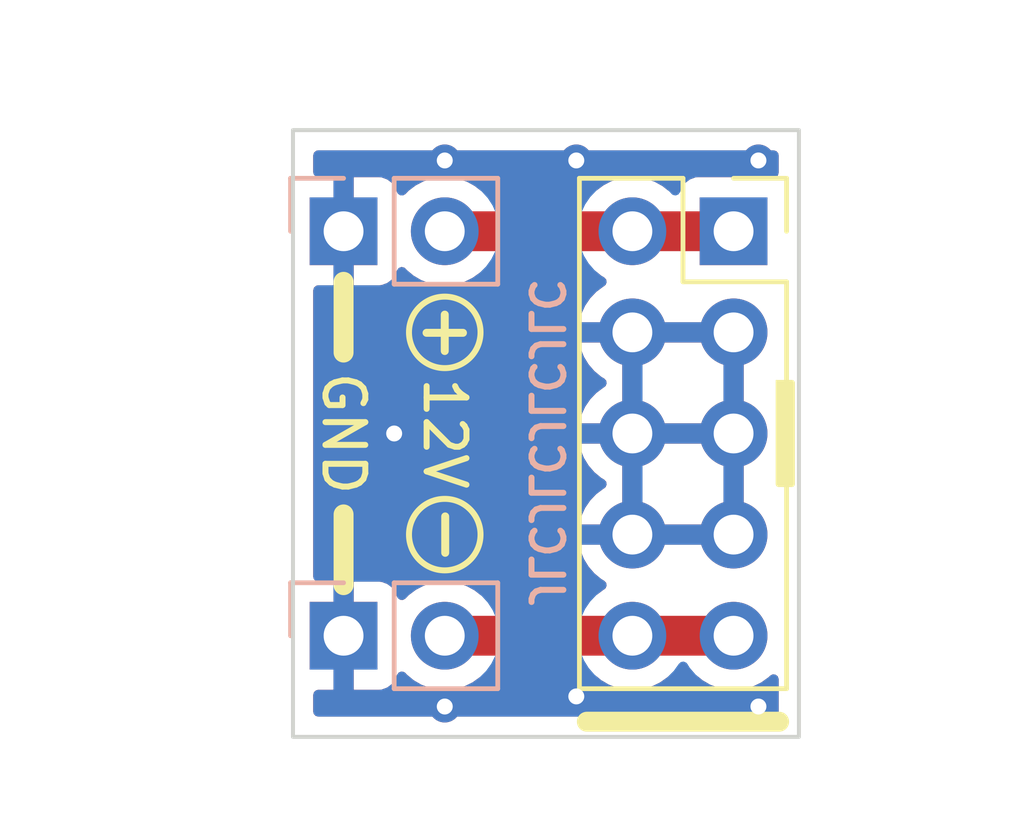
<source format=kicad_pcb>
(kicad_pcb (version 20211014) (generator pcbnew)
  (title_block (title "Eurorack power for Breadboard") (date "2022-01-24") (rev "B") (company "Akiyuki Okayasu"))
  (layers (0 "F.Cu" signal) (31 "B.Cu" signal) (34 "B.Paste" user) (35 "F.Paste" user) (36 "B.SilkS" user "B.Silkscreen") (37 "F.SilkS" user "F.Silkscreen") (38 "B.Mask" user) (39 "F.Mask" user) (44 "Edge.Cuts" user))
  (net 0 "")
  (net 1 "GND")
  (net 2 "+12V")
  (net 3 "-12V")
  (footprint "Connector_PinSocket_2.54mm:PinSocket_2x05_P2.54mm_Vertical" (layer "F.Cu") (at 120.28 99.06)
    (fp_text reference "J3" hide)
    (fp_text value "Conn_02x05_Odd_Even")
    (fp_line (start -3.87 11.49) (end 1.33 11.49) (layer "F.SilkS") (width 0.12))
    (fp_line (start -3.87 -1.33) (end -1.27 -1.33) (layer "F.SilkS") (width 0.12))
    (fp_line (start 0 -1.33) (end 1.33 -1.33) (layer "F.SilkS") (width 0.12))
    (fp_line (start -1.27 -1.33) (end -1.27 1.27) (layer "F.SilkS") (width 0.12))
    (fp_line (start 1.33 -1.33) (end 1.33 0) (layer "F.SilkS") (width 0.12))
    (fp_line (start 1.33 1.27) (end 1.33 11.49) (layer "F.SilkS") (width 0.12))
    (fp_line (start -1.27 1.27) (end 1.33 1.27) (layer "F.SilkS") (width 0.12))
    (fp_line (start -3.87 -1.33) (end -3.87 11.49) (layer "F.SilkS") (width 0.12))
    (pad "1" thru_hole rect locked (at 0 0) (size 1.7 1.7) (drill 1) (layers *.Cu *.Mask) (net 2 "+12V"))
    (pad "2" thru_hole oval locked (at -2.54 0) (size 1.7 1.7) (drill 1) (layers *.Cu *.Mask) (net 2 "+12V"))
    (pad "3" thru_hole oval locked (at 0 2.54) (size 1.7 1.7) (drill 1) (layers *.Cu *.Mask) (net 1 "GND"))
    (pad "4" thru_hole oval locked (at -2.54 2.54) (size 1.7 1.7) (drill 1) (layers *.Cu *.Mask) (net 1 "GND"))
    (pad "5" thru_hole oval locked (at 0 5.08) (size 1.7 1.7) (drill 1) (layers *.Cu *.Mask) (net 1 "GND"))
    (pad "6" thru_hole oval locked (at -2.54 5.08) (size 1.7 1.7) (drill 1) (layers *.Cu *.Mask) (net 1 "GND"))
    (pad "7" thru_hole oval locked (at 0 7.62) (size 1.7 1.7) (drill 1) (layers *.Cu *.Mask) (net 1 "GND"))
    (pad "8" thru_hole oval locked (at -2.54 7.62) (size 1.7 1.7) (drill 1) (layers *.Cu *.Mask) (net 1 "GND"))
    (pad "9" thru_hole oval locked (at 0 10.16) (size 1.7 1.7) (drill 1) (layers *.Cu *.Mask) (net 3 "-12V"))
    (pad "10" thru_hole oval locked (at -2.54 10.16) (size 1.7 1.7) (drill 1) (layers *.Cu *.Mask) (net 3 "-12V"))
  )
  (footprint "Connector_PinHeader_2.54mm:PinHeader_1x02_P2.54mm_Vertical" (layer "B.Cu") (at 110.49 109.22 -90)
    (fp_text reference "J2" hide)
    (fp_text value "Conn_01x02")
    (fp_line (start 1.33 -1.27) (end 1.33 -3.87) (layer "B.SilkS") (width 0.12))
    (fp_line (start -1.33 0) (end -1.33 1.33) (layer "B.SilkS") (width 0.12))
    (fp_line (start -1.33 -1.27) (end -1.33 -3.87) (layer "B.SilkS") (width 0.12))
    (fp_line (start -1.33 -3.87) (end 1.33 -3.87) (layer "B.SilkS") (width 0.12))
    (fp_line (start -1.33 -1.27) (end 1.33 -1.27) (layer "B.SilkS") (width 0.12))
    (fp_line (start -1.33 1.33) (end 0 1.33) (layer "B.SilkS") (width 0.12))
    (pad "1" thru_hole rect locked (at 0 0 270) (size 1.7 1.7) (drill 1) (layers *.Cu *.Mask) (net 1 "GND"))
    (pad "2" thru_hole oval locked (at 0 -2.54 270) (size 1.7 1.7) (drill 1) (layers *.Cu *.Mask) (net 3 "-12V"))
  )
  (footprint "Connector_PinHeader_2.54mm:PinHeader_1x02_P2.54mm_Vertical" (layer "B.Cu") (at 110.49 99.06 -90)
    (fp_text reference "J1" hide)
    (fp_text value "Conn_01x02")
    (fp_line (start -1.33 0) (end -1.33 1.33) (layer "B.SilkS") (width 0.12))
    (fp_line (start -1.33 1.33) (end 0 1.33) (layer "B.SilkS") (width 0.12))
    (fp_line (start -1.33 -1.27) (end 1.33 -1.27) (layer "B.SilkS") (width 0.12))
    (fp_line (start 1.33 -1.27) (end 1.33 -3.87) (layer "B.SilkS") (width 0.12))
    (fp_line (start -1.33 -1.27) (end -1.33 -3.87) (layer "B.SilkS") (width 0.12))
    (fp_line (start -1.33 -3.87) (end 1.33 -3.87) (layer "B.SilkS") (width 0.12))
    (pad "1" thru_hole rect locked (at 0 0 270) (size 1.7 1.7) (drill 1) (layers *.Cu *.Mask) (net 1 "GND"))
    (pad "2" thru_hole oval locked (at 0 -2.54 270) (size 1.7 1.7) (drill 1) (layers *.Cu *.Mask) (net 2 "+12V"))
  )
  (gr_line (start 116.597 111.379) (end 121.423 111.379) (layer "F.SilkS") (width 0.5))
  (gr_line (start 110.49 100.33) (end 110.49 102.108) (layer "F.SilkS") (width 0.5))
  (gr_circle (center 113.03 101.6) (end 113.665 102.235) (layer "F.SilkS") (width 0.15) (fill none))
  (gr_circle (center 113.03 106.68) (end 113.665 107.315) (layer "F.SilkS") (width 0.15) (fill none))
  (gr_line (start 110.49 106.172) (end 110.49 107.95) (layer "F.SilkS") (width 0.5))
  (gr_rect (start 121.412 102.87) (end 121.744 105.41) (layer "F.SilkS") (width 0.15) (fill solid))
  (gr_rect (start 109.22 96.52) (end 121.92 111.76) (layer "Edge.Cuts") (width 0.1) (fill none))
  (gr_text "JLCJLCJLCJLC" (at 115.57 108.585 270) (layer "B.SilkS") (effects (font (size 0.8 0.8)) (justify left mirror)))
  (gr_text "+" (at 113.03 101.5238) (layer "F.SilkS") (effects (font (size 1.2 1.2) (thickness 0.2))))
  (gr_text "12V" (at 113.03 104.14 270) (layer "F.SilkS") (effects (font (size 1 1))))
  (gr_text "-" (at 112.9538 106.68 90) (layer "F.SilkS") (effects (font (size 1.2 1.2) (thickness 0.2))))
  (gr_text "GND" (at 110.49 104.14 270) (layer "F.SilkS") (effects (font (size 1 1))))
  (via (at 116.332 97.282) (size 0.8) (drill 0.4) (layers "F.Cu" "B.Cu") (net 1))
  (via (at 113.03 110.998) (size 0.8) (drill 0.4) (layers "F.Cu" "B.Cu") (net 1))
  (via (at 111.76 104.14) (size 0.8) (drill 0.4) (layers "F.Cu" "B.Cu") (net 1))
  (via (at 113.03 97.282) (size 0.8) (drill 0.4) (layers "F.Cu" "B.Cu") (net 1))
  (via (at 120.904 97.282) (size 0.8) (drill 0.4) (layers "F.Cu" "B.Cu") (net 1))
  (via (at 120.904 110.998) (size 0.8) (drill 0.4) (layers "F.Cu" "B.Cu") (net 1))
  (via (at 116.332 110.744) (size 0.8) (drill 0.4) (layers "F.Cu" "B.Cu") (net 1))
  (segment (start 113.03 99.06) (end 117.74 99.06) (width 1) (layer "F.Cu") (net 2))
  (segment (start 117.74 99.06) (end 120.28 99.06) (width 1) (layer "F.Cu") (net 2))
  (segment (start 113.03 109.22) (end 117.74 109.22) (width 1) (layer "F.Cu") (net 3))
  (segment (start 117.74 109.22) (end 120.28 109.22) (width 1) (layer "F.Cu") (net 3))
  (zone (net 1) (net_name "GND") (layers F&B.Cu) (connect_pads (clearance 0.508)) (min_thickness 0.254) (fill yes (thermal_gap 0.508) (thermal_bridge_width 0.508))
    (polygon (pts (xy 121.92 111.76) (xy 109.22 111.76) (xy 109.22 96.52) (xy 121.92 96.52)))
  )
)
</source>
